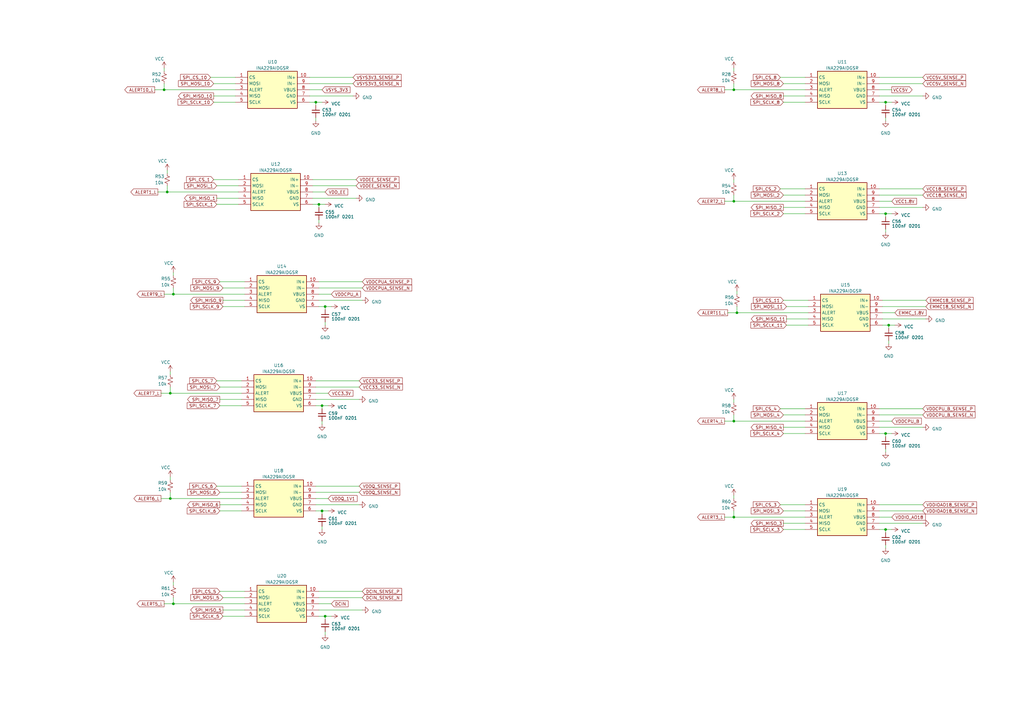
<source format=kicad_sch>
(kicad_sch (version 20230121) (generator eeschema)
  (paper "A3")
  (title_block (title "Gonk") (date "2023-07-20") (rev "P0"))
  (lib_symbols
    (symbol "Device:C_Small" (pin_numbers hide) (pin_names (offset 0.254) hide)
      (property "Reference" "C" (at 0.254 1.778 0))
      (property "Value" "C_Small" (at 0.254 -2.032 0))
      (symbol "C_Small_0_1"
        (polyline (pts (xy -1.524 -0.508) (xy 1.524 -0.508)) (stroke (width 0.3302)))
        (polyline (pts (xy -1.524 0.508) (xy 1.524 0.508)) (stroke (width 0.3048)))
      )
      (symbol "C_Small_1_1"
        (pin passive line (at 0 2.54 270) (length 2.032) (name "~") (number "1"))
        (pin passive line (at 0 -2.54 90) (length 2.032) (name "~") (number "2"))
      )
    )
    (symbol "Device:R_Small_US" (pin_numbers hide) (pin_names (offset 0.254) hide)
      (property "Reference" "R" (at 0.762 0.508 0))
      (property "Value" "R_Small_US" (at 0.762 -1.016 0))
      (symbol "R_Small_US_1_1"
        (polyline (pts (xy 0 0) (xy 1.016 -0.381) (xy 0 -0.762) (xy -1.016 -1.143) (xy 0 -1.524)))
        (polyline (pts (xy 0 1.524) (xy 1.016 1.143) (xy 0 0.762) (xy -1.016 0.381) (xy 0 0)))
        (pin passive line (at 0 2.54 270) (length 1.016) (name "~") (number "1"))
        (pin passive line (at 0 -2.54 90) (length 1.016) (name "~") (number "2"))
      )
    )
    (symbol "Power_Management:INA229AIDGSR"
      (property "Reference" "U" (at 26.67 7.62 0))
      (property "Value" "INA229AIDGSR" (at 26.67 5.08 0))
      (symbol "INA229AIDGSR_1_1"
        (rectangle (start 5.08 2.54) (end 25.4 -12.7) (stroke (width 0.254)) (fill (type background)))
        (pin passive line (at 0 0 0) (length 5.08) (name "CS") (number "1"))
        (pin passive line (at 30.48 0 180) (length 5.08) (name "IN+") (number "10"))
        (pin passive line (at 0 -2.54 0) (length 5.08) (name "MOSI") (number "2"))
        (pin passive line (at 0 -5.08 0) (length 5.08) (name "ALERT") (number "3"))
        (pin passive line (at 0 -7.62 0) (length 5.08) (name "MISO") (number "4"))
        (pin passive line (at 0 -10.16 0) (length 5.08) (name "SCLK") (number "5"))
        (pin passive line (at 30.48 -10.16 180) (length 5.08) (name "VS") (number "6"))
        (pin passive line (at 30.48 -7.62 180) (length 5.08) (name "GND") (number "7"))
        (pin passive line (at 30.48 -5.08 180) (length 5.08) (name "VBUS") (number "8"))
        (pin passive line (at 30.48 -2.54 180) (length 5.08) (name "IN-") (number "9"))
      )
    )
    (symbol "power:GND" (power) (pin_names (offset 0))
      (property "Value" "GND" (at 0 -3.81 0))
      (symbol "GND_0_1"
        (polyline (pts (xy 0 0) (xy 0 -1.27) (xy 1.27 -1.27) (xy 0 -2.54) (xy -1.27 -1.27) (xy 0 -1.27)))
      )
      (symbol "GND_1_1"
        (pin power_in line (at 0 0 270) (length 0) hide (name "GND") (number "1"))
      )
    )
    (symbol "power:VCC_GONK" (power) (pin_names (offset 0))
      (property "Value" "VCC_GONK" (at 0 3.81 0))
      (symbol "VCC_GONK_0_1"
        (polyline (pts (xy -0.762 1.27) (xy 0 2.54)))
        (polyline (pts (xy 0 0) (xy 0 2.54)))
        (polyline (pts (xy 0 2.54) (xy 0.762 1.27)))
      )
      (symbol "VCC_GONK_1_1"
        (pin power_in line (at 0 0 90) (length 0) hide (name "VCC") (number "1"))
      )
    )
  )
  (junction (at 68.58 78.74))
  (junction (at 132.08 166.37))
  (junction (at 363.22 41.91))
  (junction (at 69.85 161.29))
  (junction (at 133.35 125.73))
  (junction (at 132.08 209.55))
  (junction (at 300.99 36.83))
  (junction (at 71.12 247.65))
  (junction (at 71.12 120.65))
  (junction (at 67.31 36.83))
  (junction (at 300.99 172.72))
  (junction (at 363.22 217.17))
  (junction (at 363.22 87.63))
  (junction (at 300.99 212.09))
  (junction (at 69.85 204.47))
  (junction (at 302.26 128.27))
  (junction (at 364.49 133.35))
  (junction (at 133.35 252.73))
  (junction (at 130.81 83.82))
  (junction (at 300.99 82.55))
  (junction (at 129.54 41.91))
  (junction (at 363.22 177.8))
  (wire (pts (xy 360.68 212.09) (xy 365.76 212.09)))
  (wire (pts (xy 66.04 204.47) (xy 69.85 204.47)))
  (wire (pts (xy 321.31 34.29) (xy 330.2 34.29)))
  (wire (pts (xy 69.85 161.29) (xy 99.06 161.29)))
  (wire (pts (xy 146.05 73.66) (xy 128.27 73.66)))
  (wire (pts (xy 133.35 259.08) (xy 133.35 260.35)))
  (wire (pts (xy 133.35 252.73) (xy 133.35 254)))
  (wire (pts (xy 322.58 130.81) (xy 331.47 130.81)))
  (wire (pts (xy 378.46 80.01) (xy 360.68 80.01)))
  (wire (pts (xy 364.49 133.35) (xy 367.03 133.35)))
  (wire (pts (xy 360.68 177.8) (xy 363.22 177.8)))
  (wire (pts (xy 363.22 41.91) (xy 365.76 41.91)))
  (wire (pts (xy 130.81 83.82) (xy 133.35 83.82)))
  (wire (pts (xy 321.31 177.8) (xy 330.2 177.8)))
  (wire (pts (xy 363.22 48.26) (xy 363.22 49.53)))
  (wire (pts (xy 132.08 172.72) (xy 132.08 173.99)))
  (wire (pts (xy 297.18 172.72) (xy 300.99 172.72)))
  (wire (pts (xy 378.46 207.01) (xy 360.68 207.01)))
  (wire (pts (xy 300.99 212.09) (xy 330.2 212.09)))
  (wire (pts (xy 132.08 209.55) (xy 134.62 209.55)))
  (wire (pts (xy 91.44 245.11) (xy 100.33 245.11)))
  (wire (pts (xy 300.99 203.2) (xy 300.99 204.47)))
  (wire (pts (xy 363.22 93.98) (xy 363.22 95.25)))
  (wire (pts (xy 320.04 167.64) (xy 330.2 167.64)))
  (wire (pts (xy 132.08 166.37) (xy 132.08 167.64)))
  (wire (pts (xy 300.99 172.72) (xy 330.2 172.72)))
  (wire (pts (xy 130.81 250.19) (xy 148.59 250.19)))
  (wire (pts (xy 69.85 204.47) (xy 99.06 204.47)))
  (wire (pts (xy 363.22 87.63) (xy 365.76 87.63)))
  (wire (pts (xy 127 41.91) (xy 129.54 41.91)))
  (wire (pts (xy 88.9 83.82) (xy 97.79 83.82)))
  (wire (pts (xy 321.31 39.37) (xy 330.2 39.37)))
  (wire (pts (xy 67.31 247.65) (xy 71.12 247.65)))
  (wire (pts (xy 364.49 133.35) (xy 364.49 134.62)))
  (wire (pts (xy 66.04 161.29) (xy 69.85 161.29)))
  (wire (pts (xy 90.17 207.01) (xy 99.06 207.01)))
  (wire (pts (xy 90.17 242.57) (xy 100.33 242.57)))
  (wire (pts (xy 133.35 125.73) (xy 133.35 127)))
  (wire (pts (xy 363.22 223.52) (xy 363.22 224.79)))
  (wire (pts (xy 71.12 245.11) (xy 71.12 247.65)))
  (wire (pts (xy 129.54 41.91) (xy 129.54 43.18)))
  (wire (pts (xy 133.35 252.73) (xy 135.89 252.73)))
  (wire (pts (xy 67.31 36.83) (xy 96.52 36.83)))
  (wire (pts (xy 67.31 120.65) (xy 71.12 120.65)))
  (wire (pts (xy 128.27 81.28) (xy 146.05 81.28)))
  (wire (pts (xy 378.46 167.64) (xy 360.68 167.64)))
  (wire (pts (xy 378.46 209.55) (xy 360.68 209.55)))
  (wire (pts (xy 364.49 139.7) (xy 364.49 140.97)))
  (wire (pts (xy 297.18 36.83) (xy 300.99 36.83)))
  (wire (pts (xy 88.9 156.21) (xy 99.06 156.21)))
  (wire (pts (xy 300.99 34.29) (xy 300.99 36.83)))
  (wire (pts (xy 129.54 209.55) (xy 132.08 209.55)))
  (wire (pts (xy 322.58 125.73) (xy 331.47 125.73)))
  (wire (pts (xy 360.68 39.37) (xy 378.46 39.37)))
  (wire (pts (xy 90.17 209.55) (xy 99.06 209.55)))
  (wire (pts (xy 302.26 125.73) (xy 302.26 128.27)))
  (wire (pts (xy 322.58 133.35) (xy 331.47 133.35)))
  (wire (pts (xy 363.22 41.91) (xy 363.22 43.18)))
  (wire (pts (xy 360.68 217.17) (xy 363.22 217.17)))
  (wire (pts (xy 321.31 217.17) (xy 330.2 217.17)))
  (wire (pts (xy 90.17 201.93) (xy 99.06 201.93)))
  (wire (pts (xy 300.99 163.83) (xy 300.99 165.1)))
  (wire (pts (xy 130.81 125.73) (xy 133.35 125.73)))
  (wire (pts (xy 127 36.83) (xy 132.08 36.83)))
  (wire (pts (xy 321.31 170.18) (xy 330.2 170.18)))
  (wire (pts (xy 321.31 209.55) (xy 330.2 209.55)))
  (wire (pts (xy 129.54 163.83) (xy 147.32 163.83)))
  (wire (pts (xy 361.95 128.27) (xy 367.03 128.27)))
  (wire (pts (xy 360.68 87.63) (xy 363.22 87.63)))
  (wire (pts (xy 71.12 247.65) (xy 100.33 247.65)))
  (wire (pts (xy 378.46 34.29) (xy 360.68 34.29)))
  (wire (pts (xy 363.22 217.17) (xy 365.76 217.17)))
  (wire (pts (xy 300.99 73.66) (xy 300.99 74.93)))
  (wire (pts (xy 87.63 34.29) (xy 96.52 34.29)))
  (wire (pts (xy 132.08 209.55) (xy 132.08 210.82)))
  (wire (pts (xy 378.46 170.18) (xy 360.68 170.18)))
  (wire (pts (xy 130.81 247.65) (xy 135.89 247.65)))
  (wire (pts (xy 133.35 125.73) (xy 135.89 125.73)))
  (wire (pts (xy 87.63 41.91) (xy 96.52 41.91)))
  (wire (pts (xy 133.35 132.08) (xy 133.35 133.35)))
  (wire (pts (xy 148.59 115.57) (xy 130.81 115.57)))
  (wire (pts (xy 361.95 133.35) (xy 364.49 133.35)))
  (wire (pts (xy 360.68 172.72) (xy 365.76 172.72)))
  (wire (pts (xy 130.81 90.17) (xy 130.81 91.44)))
  (wire (pts (xy 360.68 41.91) (xy 363.22 41.91)))
  (wire (pts (xy 91.44 250.19) (xy 100.33 250.19)))
  (wire (pts (xy 321.31 80.01) (xy 330.2 80.01)))
  (wire (pts (xy 302.26 128.27) (xy 331.47 128.27)))
  (wire (pts (xy 71.12 120.65) (xy 100.33 120.65)))
  (wire (pts (xy 363.22 177.8) (xy 363.22 179.07)))
  (wire (pts (xy 360.68 175.26) (xy 378.46 175.26)))
  (wire (pts (xy 91.44 252.73) (xy 100.33 252.73)))
  (wire (pts (xy 90.17 163.83) (xy 99.06 163.83)))
  (wire (pts (xy 300.99 80.01) (xy 300.99 82.55)))
  (wire (pts (xy 321.31 85.09) (xy 330.2 85.09)))
  (wire (pts (xy 69.85 152.4) (xy 69.85 153.67)))
  (wire (pts (xy 148.59 118.11) (xy 130.81 118.11)))
  (wire (pts (xy 321.31 87.63) (xy 330.2 87.63)))
  (wire (pts (xy 90.17 166.37) (xy 99.06 166.37)))
  (wire (pts (xy 88.9 76.2) (xy 97.79 76.2)))
  (wire (pts (xy 63.5 36.83) (xy 67.31 36.83)))
  (wire (pts (xy 302.26 119.38) (xy 302.26 120.65)))
  (wire (pts (xy 144.78 34.29) (xy 127 34.29)))
  (wire (pts (xy 148.59 245.11) (xy 130.81 245.11)))
  (wire (pts (xy 71.12 238.76) (xy 71.12 240.03)))
  (wire (pts (xy 146.05 76.2) (xy 128.27 76.2)))
  (wire (pts (xy 129.54 48.26) (xy 129.54 49.53)))
  (wire (pts (xy 363.22 217.17) (xy 363.22 218.44)))
  (wire (pts (xy 90.17 158.75) (xy 99.06 158.75)))
  (wire (pts (xy 68.58 78.74) (xy 97.79 78.74)))
  (wire (pts (xy 87.63 73.66) (xy 97.79 73.66)))
  (wire (pts (xy 300.99 36.83) (xy 330.2 36.83)))
  (wire (pts (xy 321.31 214.63) (xy 330.2 214.63)))
  (wire (pts (xy 129.54 204.47) (xy 134.62 204.47)))
  (wire (pts (xy 378.46 31.75) (xy 360.68 31.75)))
  (wire (pts (xy 86.36 31.75) (xy 96.52 31.75)))
  (wire (pts (xy 64.77 78.74) (xy 68.58 78.74)))
  (wire (pts (xy 69.85 195.58) (xy 69.85 196.85)))
  (wire (pts (xy 128.27 83.82) (xy 130.81 83.82)))
  (wire (pts (xy 130.81 83.82) (xy 130.81 85.09)))
  (wire (pts (xy 320.04 31.75) (xy 330.2 31.75)))
  (wire (pts (xy 297.18 212.09) (xy 300.99 212.09)))
  (wire (pts (xy 321.31 41.91) (xy 330.2 41.91)))
  (wire (pts (xy 360.68 36.83) (xy 365.76 36.83)))
  (wire (pts (xy 297.18 82.55) (xy 300.99 82.55)))
  (wire (pts (xy 68.58 69.85) (xy 68.58 71.12)))
  (wire (pts (xy 129.54 41.91) (xy 132.08 41.91)))
  (wire (pts (xy 300.99 170.18) (xy 300.99 172.72)))
  (wire (pts (xy 132.08 166.37) (xy 134.62 166.37)))
  (wire (pts (xy 363.22 87.63) (xy 363.22 88.9)))
  (wire (pts (xy 129.54 161.29) (xy 134.62 161.29)))
  (wire (pts (xy 321.31 123.19) (xy 331.47 123.19)))
  (wire (pts (xy 67.31 27.94) (xy 67.31 29.21)))
  (wire (pts (xy 147.32 201.93) (xy 129.54 201.93)))
  (wire (pts (xy 379.73 125.73) (xy 361.95 125.73)))
  (wire (pts (xy 300.99 209.55) (xy 300.99 212.09)))
  (wire (pts (xy 363.22 184.15) (xy 363.22 185.42)))
  (wire (pts (xy 147.32 199.39) (xy 129.54 199.39)))
  (wire (pts (xy 144.78 31.75) (xy 127 31.75)))
  (wire (pts (xy 147.32 158.75) (xy 129.54 158.75)))
  (wire (pts (xy 129.54 207.01) (xy 147.32 207.01)))
  (wire (pts (xy 320.04 77.47) (xy 330.2 77.47)))
  (wire (pts (xy 129.54 166.37) (xy 132.08 166.37)))
  (wire (pts (xy 300.99 82.55) (xy 330.2 82.55)))
  (wire (pts (xy 147.32 156.21) (xy 129.54 156.21)))
  (wire (pts (xy 320.04 207.01) (xy 330.2 207.01)))
  (wire (pts (xy 379.73 123.19) (xy 361.95 123.19)))
  (wire (pts (xy 90.17 115.57) (xy 100.33 115.57)))
  (wire (pts (xy 130.81 123.19) (xy 148.59 123.19)))
  (wire (pts (xy 363.22 177.8) (xy 365.76 177.8)))
  (wire (pts (xy 88.9 81.28) (xy 97.79 81.28)))
  (wire (pts (xy 67.31 34.29) (xy 67.31 36.83)))
  (wire (pts (xy 68.58 76.2) (xy 68.58 78.74)))
  (wire (pts (xy 132.08 215.9) (xy 132.08 217.17)))
  (wire (pts (xy 360.68 85.09) (xy 378.46 85.09)))
  (wire (pts (xy 71.12 111.76) (xy 71.12 113.03)))
  (wire (pts (xy 69.85 158.75) (xy 69.85 161.29)))
  (wire (pts (xy 88.9 199.39) (xy 99.06 199.39)))
  (wire (pts (xy 127 39.37) (xy 144.78 39.37)))
  (wire (pts (xy 130.81 252.73) (xy 133.35 252.73)))
  (wire (pts (xy 91.44 118.11) (xy 100.33 118.11)))
  (wire (pts (xy 360.68 82.55) (xy 365.76 82.55)))
  (wire (pts (xy 91.44 123.19) (xy 100.33 123.19)))
  (wire (pts (xy 378.46 77.47) (xy 360.68 77.47)))
  (wire (pts (xy 87.63 39.37) (xy 96.52 39.37)))
  (wire (pts (xy 128.27 78.74) (xy 133.35 78.74)))
  (wire (pts (xy 69.85 201.93) (xy 69.85 204.47)))
  (wire (pts (xy 298.45 128.27) (xy 302.26 128.27)))
  (wire (pts (xy 71.12 118.11) (xy 71.12 120.65)))
  (wire (pts (xy 91.44 125.73) (xy 100.33 125.73)))
  (wire (pts (xy 148.59 242.57) (xy 130.81 242.57)))
  (wire (pts (xy 361.95 130.81) (xy 379.73 130.81)))
  (wire (pts (xy 300.99 27.94) (xy 300.99 29.21)))
  (wire (pts (xy 360.68 214.63) (xy 378.46 214.63)))
  (wire (pts (xy 130.81 120.65) (xy 135.89 120.65)))
  (wire (pts (xy 321.31 175.26) (xy 330.2 175.26)))
  (global_label "SPI_CS_2" (shape input) (at 320.04 77.47 180) (property "Intersheetrefs" "${INTERSHEET_REFS}" (at 308.4257 77.47 0) (effects (justify right))))
  (global_label "SPI_MOSI_2" (shape input) (at 321.31 80.01 180) (property "Intersheetrefs" "${INTERSHEET_REFS}" (at 307.579 80.01 0) (effects (justify right))))
  (global_label "VDDQ_SENSE_N" (shape input) (at 147.32 201.93 0) (property "Intersheetrefs" "${INTERSHEET_REFS}" (at 164.4981 201.93 0) (effects (justify left))))
  (global_label "ALERT1_L" (shape output) (at 64.77 78.74 180) (property "Intersheetrefs" "${INTERSHEET_REFS}" (at 53.1557 78.74 0) (effects (justify right))))
  (global_label "SPI_SCLK_1" (shape input) (at 88.9 83.82 180) (property "Intersheetrefs" "${INTERSHEET_REFS}" (at 74.9876 83.82 0) (effects (justify right))))
  (global_label "SPI_MOSI_6" (shape input) (at 90.17 201.93 180) (property "Intersheetrefs" "${INTERSHEET_REFS}" (at 76.439 201.93 0) (effects (justify right))))
  (global_label "VCC1.8V" (shape input) (at 365.76 82.55 0) (property "Intersheetrefs" "${INTERSHEET_REFS}" (at 376.4068 82.55 0) (effects (justify left))))
  (global_label "SPI_MOSI_9" (shape input) (at 91.44 118.11 180) (property "Intersheetrefs" "${INTERSHEET_REFS}" (at 77.709 118.11 0) (effects (justify right))))
  (global_label "EMMC_1.8V" (shape input) (at 367.03 128.27 0) (property "Intersheetrefs" "${INTERSHEET_REFS}" (at 380.3376 128.27 0) (effects (justify left))))
  (global_label "SPI_MISO_7" (shape output) (at 90.17 163.83 180) (property "Intersheetrefs" "${INTERSHEET_REFS}" (at 76.439 163.83 0) (effects (justify right))))
  (global_label "ALERT5_L" (shape output) (at 67.31 247.65 180) (property "Intersheetrefs" "${INTERSHEET_REFS}" (at 55.6957 247.65 0) (effects (justify right))))
  (global_label "SPI_SCLK_11" (shape input) (at 322.58 133.35 180) (property "Intersheetrefs" "${INTERSHEET_REFS}" (at 307.4581 133.35 0) (effects (justify right))))
  (global_label "VCC33_SENSE_P" (shape input) (at 147.32 156.21 0) (property "Intersheetrefs" "${INTERSHEET_REFS}" (at 165.5261 156.21 0) (effects (justify left))))
  (global_label "SPI_MISO_11" (shape output) (at 322.58 130.81 180) (property "Intersheetrefs" "${INTERSHEET_REFS}" (at 307.6395 130.81 0) (effects (justify right))))
  (global_label "VDDIOAO18_SENSE_P" (shape input) (at 378.46 207.01 0) (property "Intersheetrefs" "${INTERSHEET_REFS}" (at 401.0205 207.01 0) (effects (justify left))))
  (global_label "SPI_CS_4" (shape input) (at 320.04 167.64 180) (property "Intersheetrefs" "${INTERSHEET_REFS}" (at 308.4257 167.64 0) (effects (justify right))))
  (global_label "VCC5V_SENSE_P" (shape input) (at 378.46 31.75 0) (property "Intersheetrefs" "${INTERSHEET_REFS}" (at 396.5452 31.75 0) (effects (justify left))))
  (global_label "SPI_SCLK_5" (shape input) (at 91.44 252.73 180) (property "Intersheetrefs" "${INTERSHEET_REFS}" (at 77.5276 252.73 0) (effects (justify right))))
  (global_label "SPI_MISO_10" (shape output) (at 87.63 39.37 180) (property "Intersheetrefs" "${INTERSHEET_REFS}" (at 72.6895 39.37 0) (effects (justify right))))
  (global_label "ALERT7_L" (shape output) (at 66.04 161.29 180) (property "Intersheetrefs" "${INTERSHEET_REFS}" (at 54.4257 161.29 0) (effects (justify right))))
  (global_label "ALERT11_L" (shape output) (at 298.45 128.27 180) (property "Intersheetrefs" "${INTERSHEET_REFS}" (at 285.6262 128.27 0) (effects (justify right))))
  (global_label "ALERT8_L" (shape output) (at 297.18 36.83 180) (property "Intersheetrefs" "${INTERSHEET_REFS}" (at 285.5657 36.83 0) (effects (justify right))))
  (global_label "VCC5V" (shape output) (at 365.76 36.83 0) (property "Intersheetrefs" "${INTERSHEET_REFS}" (at 374.5925 36.83 0) (effects (justify left))))
  (global_label "ALERT2_L" (shape output) (at 297.18 82.55 180) (property "Intersheetrefs" "${INTERSHEET_REFS}" (at 285.5657 82.55 0) (effects (justify right))))
  (global_label "SPI_SCLK_10" (shape input) (at 87.63 41.91 180) (property "Intersheetrefs" "${INTERSHEET_REFS}" (at 72.5081 41.91 0) (effects (justify right))))
  (global_label "VDDCPUA_SENSE_P" (shape input) (at 148.59 115.57 0) (property "Intersheetrefs" "${INTERSHEET_REFS}" (at 169.3362 115.57 0) (effects (justify left))))
  (global_label "SPI_MOSI_5" (shape input) (at 91.44 245.11 180) (property "Intersheetrefs" "${INTERSHEET_REFS}" (at 77.709 245.11 0) (effects (justify right))))
  (global_label "SPI_SCLK_3" (shape input) (at 321.31 217.17 180) (property "Intersheetrefs" "${INTERSHEET_REFS}" (at 307.3976 217.17 0) (effects (justify right))))
  (global_label "SPI_SCLK_6" (shape input) (at 90.17 209.55 180) (property "Intersheetrefs" "${INTERSHEET_REFS}" (at 76.2576 209.55 0) (effects (justify right))))
  (global_label "ALERT10_L" (shape output) (at 63.5 36.83 180) (property "Intersheetrefs" "${INTERSHEET_REFS}" (at 50.6762 36.83 0) (effects (justify right))))
  (global_label "SPI_SCLK_8" (shape input) (at 321.31 41.91 180) (property "Intersheetrefs" "${INTERSHEET_REFS}" (at 307.3976 41.91 0) (effects (justify right))))
  (global_label "ALERT6_L" (shape output) (at 66.04 204.47 180) (property "Intersheetrefs" "${INTERSHEET_REFS}" (at 54.4257 204.47 0) (effects (justify right))))
  (global_label "SPI_MOSI_10" (shape input) (at 87.63 34.29 180) (property "Intersheetrefs" "${INTERSHEET_REFS}" (at 72.6895 34.29 0) (effects (justify right))))
  (global_label "SPI_MOSI_1" (shape input) (at 88.9 76.2 180) (property "Intersheetrefs" "${INTERSHEET_REFS}" (at 75.169 76.2 0) (effects (justify right))))
  (global_label "DCIN_SENSE_N" (shape input) (at 148.59 245.11 0) (property "Intersheetrefs" "${INTERSHEET_REFS}" (at 165.2843 245.11 0) (effects (justify left))))
  (global_label "SPI_MISO_9" (shape output) (at 91.44 123.19 180) (property "Intersheetrefs" "${INTERSHEET_REFS}" (at 77.709 123.19 0) (effects (justify right))))
  (global_label "SPI_CS_7" (shape input) (at 88.9 156.21 180) (property "Intersheetrefs" "${INTERSHEET_REFS}" (at 77.2857 156.21 0) (effects (justify right))))
  (global_label "DCIN" (shape input) (at 135.89 247.65 0) (property "Intersheetrefs" "${INTERSHEET_REFS}" (at 143.2711 247.65 0) (effects (justify left))))
  (global_label "SPI_MISO_8" (shape output) (at 321.31 39.37 180) (property "Intersheetrefs" "${INTERSHEET_REFS}" (at 307.579 39.37 0) (effects (justify right))))
  (global_label "ALERT4_L" (shape output) (at 297.18 172.72 180) (property "Intersheetrefs" "${INTERSHEET_REFS}" (at 285.5657 172.72 0) (effects (justify right))))
  (global_label "SPI_SCLK_4" (shape input) (at 321.31 177.8 180) (property "Intersheetrefs" "${INTERSHEET_REFS}" (at 307.3976 177.8 0) (effects (justify right))))
  (global_label "VDDCPU_B_SENSE_P" (shape input) (at 378.46 167.64 0) (property "Intersheetrefs" "${INTERSHEET_REFS}" (at 400.3552 167.64 0) (effects (justify left))))
  (global_label "VDDQ_1V1" (shape input) (at 134.62 204.47 0) (property "Intersheetrefs" "${INTERSHEET_REFS}" (at 146.9601 204.47 0) (effects (justify left))))
  (global_label "SPI_CS_8" (shape input) (at 320.04 31.75 180) (property "Intersheetrefs" "${INTERSHEET_REFS}" (at 308.4257 31.75 0) (effects (justify right))))
  (global_label "SPI_CS_5" (shape input) (at 90.17 242.57 180) (property "Intersheetrefs" "${INTERSHEET_REFS}" (at 78.5557 242.57 0) (effects (justify right))))
  (global_label "SPI_CS_1" (shape input) (at 87.63 73.66 180) (property "Intersheetrefs" "${INTERSHEET_REFS}" (at 76.0157 73.66 0) (effects (justify right))))
  (global_label "VDDCPU_B_SENSE_N" (shape input) (at 378.46 170.18 0) (property "Intersheetrefs" "${INTERSHEET_REFS}" (at 400.4157 170.18 0) (effects (justify left))))
  (global_label "VCC33_SENSE_N" (shape input) (at 147.32 158.75 0) (property "Intersheetrefs" "${INTERSHEET_REFS}" (at 165.5866 158.75 0) (effects (justify left))))
  (global_label "SPI_MISO_2" (shape output) (at 321.31 85.09 180) (property "Intersheetrefs" "${INTERSHEET_REFS}" (at 307.579 85.09 0) (effects (justify right))))
  (global_label "VCC5V_SENSE_N" (shape input) (at 378.46 34.29 0) (property "Intersheetrefs" "${INTERSHEET_REFS}" (at 396.6057 34.29 0) (effects (justify left))))
  (global_label "SPI_MISO_6" (shape output) (at 90.17 207.01 180) (property "Intersheetrefs" "${INTERSHEET_REFS}" (at 76.439 207.01 0) (effects (justify right))))
  (global_label "VCC18_SENSE_N" (shape input) (at 378.46 80.01 0) (property "Intersheetrefs" "${INTERSHEET_REFS}" (at 396.7266 80.01 0) (effects (justify left))))
  (global_label "VDDEE_SENSE_P" (shape input) (at 146.05 73.66 0) (property "Intersheetrefs" "${INTERSHEET_REFS}" (at 164.1351 73.66 0) (effects (justify left))))
  (global_label "SPI_MOSI_3" (shape input) (at 321.31 209.55 180) (property "Intersheetrefs" "${INTERSHEET_REFS}" (at 307.579 209.55 0) (effects (justify right))))
  (global_label "EMMC18_SENSE_N" (shape input) (at 379.73 125.73 0) (property "Intersheetrefs" "${INTERSHEET_REFS}" (at 399.6898 125.73 0) (effects (justify left))))
  (global_label "DCIN_SENSE_P" (shape input) (at 148.59 242.57 0) (property "Intersheetrefs" "${INTERSHEET_REFS}" (at 165.2238 242.57 0) (effects (justify left))))
  (global_label "EMMC18_SENSE_P" (shape input) (at 379.73 123.19 0) (property "Intersheetrefs" "${INTERSHEET_REFS}" (at 399.6293 123.19 0) (effects (justify left))))
  (global_label "SPI_SCLK_7" (shape input) (at 90.17 166.37 180) (property "Intersheetrefs" "${INTERSHEET_REFS}" (at 76.2576 166.37 0) (effects (justify right))))
  (global_label "SPI_MOSI_4" (shape input) (at 321.31 170.18 180) (property "Intersheetrefs" "${INTERSHEET_REFS}" (at 307.579 170.18 0) (effects (justify right))))
  (global_label "SPI_CS_3" (shape input) (at 320.04 207.01 180) (property "Intersheetrefs" "${INTERSHEET_REFS}" (at 308.4257 207.01 0) (effects (justify right))))
  (global_label "SPI_CS_6" (shape input) (at 88.9 199.39 180) (property "Intersheetrefs" "${INTERSHEET_REFS}" (at 77.2857 199.39 0) (effects (justify right))))
  (global_label "SPI_MISO_4" (shape output) (at 321.31 175.26 180) (property "Intersheetrefs" "${INTERSHEET_REFS}" (at 307.579 175.26 0) (effects (justify right))))
  (global_label "VCC3.3V" (shape input) (at 134.62 161.29 0) (property "Intersheetrefs" "${INTERSHEET_REFS}" (at 145.2668 161.29 0) (effects (justify left))))
  (global_label "VDDQ_SENSE_P" (shape input) (at 147.32 199.39 0) (property "Intersheetrefs" "${INTERSHEET_REFS}" (at 164.4376 199.39 0) (effects (justify left))))
  (global_label "SPI_SCLK_9" (shape input) (at 91.44 125.73 180) (property "Intersheetrefs" "${INTERSHEET_REFS}" (at 77.5276 125.73 0) (effects (justify right))))
  (global_label "SPI_MOSI_8" (shape input) (at 321.31 34.29 180) (property "Intersheetrefs" "${INTERSHEET_REFS}" (at 307.579 34.29 0) (effects (justify right))))
  (global_label "SPI_MOSI_11" (shape input) (at 322.58 125.73 180) (property "Intersheetrefs" "${INTERSHEET_REFS}" (at 307.6395 125.73 0) (effects (justify right))))
  (global_label "ALERT3_L" (shape output) (at 297.18 212.09 180) (property "Intersheetrefs" "${INTERSHEET_REFS}" (at 285.5657 212.09 0) (effects (justify right))))
  (global_label "VDD_EE" (shape input) (at 133.35 78.74 0) (property "Intersheetrefs" "${INTERSHEET_REFS}" (at 143.15 78.74 0) (effects (justify left))))
  (global_label "SPI_CS_10" (shape input) (at 86.36 31.75 180) (property "Intersheetrefs" "${INTERSHEET_REFS}" (at 73.5362 31.75 0) (effects (justify right))))
  (global_label "VCC18_SENSE_P" (shape input) (at 378.46 77.47 0) (property "Intersheetrefs" "${INTERSHEET_REFS}" (at 396.6661 77.47 0) (effects (justify left))))
  (global_label "VDDIO_AO18" (shape input) (at 365.76 212.09 0) (property "Intersheetrefs" "${INTERSHEET_REFS}" (at 380.0354 212.09 0) (effects (justify left))))
  (global_label "VDDCPUA_SENSE_N" (shape input) (at 148.59 118.11 0) (property "Intersheetrefs" "${INTERSHEET_REFS}" (at 169.3967 118.11 0) (effects (justify left))))
  (global_label "ALERT9_L" (shape output) (at 67.31 120.65 180) (property "Intersheetrefs" "${INTERSHEET_REFS}" (at 55.6957 120.65 0) (effects (justify right))))
  (global_label "VSYS_3V3" (shape input) (at 132.08 36.83 0) (property "Intersheetrefs" "${INTERSHEET_REFS}" (at 144.0572 36.83 0) (effects (justify left))))
  (global_label "VSYS3V3_SENSE_N" (shape input) (at 144.78 34.29 0) (property "Intersheetrefs" "${INTERSHEET_REFS}" (at 165.1028 34.29 0) (effects (justify left))))
  (global_label "VDDIOAO18_SENSE_N" (shape input) (at 378.46 209.55 0) (property "Intersheetrefs" "${INTERSHEET_REFS}" (at 401.081 209.55 0) (effects (justify left))))
  (global_label "VDDCPU_B" (shape input) (at 365.76 172.72 0) (property "Intersheetrefs" "${INTERSHEET_REFS}" (at 378.4025 172.72 0) (effects (justify left))))
  (global_label "VDDCPU_A" (shape input) (at 135.89 120.65 0) (property "Intersheetrefs" "${INTERSHEET_REFS}" (at 148.3511 120.65 0) (effects (justify left))))
  (global_label "SPI_SCLK_2" (shape input) (at 321.31 87.63 180) (property "Intersheetrefs" "${INTERSHEET_REFS}" (at 307.3976 87.63 0) (effects (justify right))))
  (global_label "VDDEE_SENSE_N" (shape input) (at 146.05 76.2 0) (property "Intersheetrefs" "${INTERSHEET_REFS}" (at 164.1956 76.2 0) (effects (justify left))))
  (global_label "SPI_MOSI_7" (shape input) (at 90.17 158.75 180) (property "Intersheetrefs" "${INTERSHEET_REFS}" (at 76.439 158.75 0) (effects (justify right))))
  (global_label "SPI_MISO_3" (shape output) (at 321.31 214.63 180) (property "Intersheetrefs" "${INTERSHEET_REFS}" (at 307.579 214.63 0) (effects (justify right))))
  (global_label "VSYS3V3_SENSE_P" (shape input) (at 144.78 31.75 0) (property "Intersheetrefs" "${INTERSHEET_REFS}" (at 165.0423 31.75 0) (effects (justify left))))
  (global_label "SPI_CS_11" (shape input) (at 321.31 123.19 180) (property "Intersheetrefs" "${INTERSHEET_REFS}" (at 308.4862 123.19 0) (effects (justify right))))
  (global_label "SPI_CS_9" (shape input) (at 90.17 115.57 180) (property "Intersheetrefs" "${INTERSHEET_REFS}" (at 78.5557 115.57 0) (effects (justify right))))
  (global_label "SPI_MISO_5" (shape output) (at 91.44 250.19 180) (property "Intersheetrefs" "${INTERSHEET_REFS}" (at 77.709 250.19 0) (effects (justify right))))
  (global_label "SPI_MISO_1" (shape output) (at 88.9 81.28 180) (property "Intersheetrefs" "${INTERSHEET_REFS}" (at 75.169 81.28 0) (effects (justify right))))
  (symbol (lib_id "power:GND") (at 132.08 173.99 0) (unit 1)
    (property "Reference" "#PWR0155" (effects hide))
    (property "Value" "GND" (at 132.08 179.07 0))
  )
  (symbol (lib_id "power:GND") (at 147.32 163.83 90) (unit 1)
    (property "Reference" "#PWR0153" (effects hide))
    (property "Value" "GND" (at 151.13 164.465 90) (effects (justify right)))
  )
  (symbol (lib_id "power:VCC_GONK") (at 365.76 41.91 270) (unit 1)
    (property "Reference" "#PWR0128" (effects hide))
    (property "Value" "VCC_GONK" (at 369.57 42.545 90) (effects (justify left)))
  )
  (symbol (lib_id "power:VCC_GONK") (at 365.76 217.17 270) (unit 1)
    (property "Reference" "#PWR066" (effects hide))
    (property "Value" "VCC_GONK" (at 369.57 217.805 90) (effects (justify left)))
  )
  (symbol (lib_id "Device:R_Small_US") (at 71.12 115.57 0) (unit 1)
    (property "Reference" "R55" (at 66.04 114.3 0) (effects (justify left)))
    (property "Value" "10k" (at 66.04 116.84 0) (effects (justify left)))
    (property "Footprint" "Resistor_SMD:R_0201_0603Metric" (effects hide))
  )
  (symbol (lib_id "Device:C_Small") (at 133.35 129.54 0) (unit 1)
    (property "Reference" "C57" (at 135.89 128.9113 0) (effects (justify left)))
    (property "Value" "100nF 0201" (at 135.89 130.81 0) (effects (justify left)))
    (property "Footprint" "Capacitor_SMD:C_0201_0603Metric" (effects hide))
  )
  (symbol (lib_id "Device:R_Small_US") (at 67.31 31.75 0) (unit 1)
    (property "Reference" "R52" (at 62.23 30.48 0) (effects (justify left)))
    (property "Value" "10k" (at 62.23 33.02 0) (effects (justify left)))
    (property "Footprint" "Resistor_SMD:R_0201_0603Metric" (effects hide))
  )
  (symbol (lib_id "power:GND") (at 379.73 130.81 90) (unit 1)
    (property "Reference" "#PWR0147" (effects hide))
    (property "Value" "GND" (at 383.54 131.445 90) (effects (justify right)))
  )
  (symbol (lib_id "power:VCC_GONK") (at 134.62 166.37 270) (unit 1)
    (property "Reference" "#PWR0154" (effects hide))
    (property "Value" "VCC_GONK" (at 138.43 167.005 90) (effects (justify left)))
  )
  (symbol (lib_id "power:GND") (at 129.54 49.53 0) (unit 1)
    (property "Reference" "#PWR0129" (effects hide))
    (property "Value" "GND" (at 129.54 54.61 0))
  )
  (symbol (lib_id "power:GND") (at 363.22 224.79 0) (unit 1)
    (property "Reference" "#PWR074" (effects hide))
    (property "Value" "GND" (at 363.22 229.87 0))
  )
  (symbol (lib_id "power:GND") (at 133.35 133.35 0) (unit 1)
    (property "Reference" "#PWR0149" (effects hide))
    (property "Value" "GND" (at 133.35 138.43 0))
  )
  (symbol (lib_id "Device:R_Small_US") (at 300.99 31.75 0) (unit 1)
    (property "Reference" "R28" (at 295.91 30.48 0) (effects (justify left)))
    (property "Value" "10k" (at 295.91 33.02 0) (effects (justify left)))
    (property "Footprint" "Resistor_SMD:R_0201_0603Metric" (effects hide))
  )
  (symbol (lib_id "Power_Management:INA229AIDGSR") (at 99.06 199.39 0) (unit 1)
    (property "Reference" "U18" (at 114.3 193.04 0))
    (property "Value" "INA229AIDGSR" (at 114.3 195.58 0))
    (property "Footprint" "Package_SO:10-VSSOP" (effects hide))
    (property "Datasheet" "https://www.ti.com/lit/gpn/ina229" (effects hide))
    (property "Height" "1.1" (effects hide))
    (property "Manufacturer_Name" "Texas Instruments" (effects hide))
    (property "Manufacturer_Part_Number" "INA229AIDGSR" (effects hide))
    (property "Mouser Part Number" "595-INA229AIDGSR" (effects hide))
    (property "Mouser Price/Stock" "https://www.mouser.co.uk/ProductDetail/Texas-Instruments/INA229AIDGSR?qs=eP2BKZSCXI5ILC1SU2n%2F2Q%3D%3D" (effects hide))
    (property "Arrow Part Number" "INA229AIDGSR" (effects hide))
    (property "Arrow Price/Stock" "https://www.arrow.com/en/products/ina229aidgsr/texas-instruments?region=nac" (effects hide))
  )
  (symbol (lib_id "power:GND") (at 364.49 140.97 0) (unit 1)
    (property "Reference" "#PWR0150" (effects hide))
    (property "Value" "GND" (at 364.49 146.05 0))
  )
  (symbol (lib_id "Device:R_Small_US") (at 300.99 77.47 0) (unit 1)
    (property "Reference" "R54" (at 295.91 76.2 0) (effects (justify left)))
    (property "Value" "10k" (at 295.91 78.74 0) (effects (justify left)))
    (property "Footprint" "Resistor_SMD:R_0201_0603Metric" (effects hide))
  )
  (symbol (lib_id "Device:C_Small") (at 129.54 45.72 0) (unit 1)
    (property "Reference" "C53" (at 132.08 45.0913 0) (effects (justify left)))
    (property "Value" "100nF 0201" (at 132.08 46.99 0) (effects (justify left)))
    (property "Footprint" "Capacitor_SMD:C_0201_0603Metric" (effects hide))
  )
  (symbol (lib_id "power:VCC_GONK") (at 367.03 133.35 270) (unit 1)
    (property "Reference" "#PWR0148" (effects hide))
    (property "Value" "VCC_GONK" (at 370.84 133.985 90) (effects (justify left)))
  )
  (symbol (lib_id "power:GND") (at 363.22 185.42 0) (unit 1)
    (property "Reference" "#PWR021" (effects hide))
    (property "Value" "GND" (at 363.22 190.5 0))
  )
  (symbol (lib_id "Device:C_Small") (at 133.35 256.54 0) (unit 1)
    (property "Reference" "C63" (at 135.89 255.9113 0) (effects (justify left)))
    (property "Value" "100nF 0201" (at 135.89 257.81 0) (effects (justify left)))
    (property "Footprint" "Capacitor_SMD:C_0201_0603Metric" (effects hide))
  )
  (symbol (lib_id "Power_Management:INA229AIDGSR") (at 97.79 73.66 0) (unit 1)
    (property "Reference" "U12" (at 113.03 67.31 0))
    (property "Value" "INA229AIDGSR" (at 113.03 69.85 0))
    (property "Footprint" "Package_SO:10-VSSOP" (effects hide))
    (property "Datasheet" "https://www.ti.com/lit/gpn/ina229" (effects hide))
    (property "Height" "1.1" (effects hide))
    (property "Manufacturer_Name" "Texas Instruments" (effects hide))
    (property "Manufacturer_Part_Number" "INA229AIDGSR" (effects hide))
    (property "Mouser Part Number" "595-INA229AIDGSR" (effects hide))
    (property "Mouser Price/Stock" "https://www.mouser.co.uk/ProductDetail/Texas-Instruments/INA229AIDGSR?qs=eP2BKZSCXI5ILC1SU2n%2F2Q%3D%3D" (effects hide))
    (property "Arrow Part Number" "INA229AIDGSR" (effects hide))
    (property "Arrow Price/Stock" "https://www.arrow.com/en/products/ina229aidgsr/texas-instruments?region=nac" (effects hide))
  )
  (symbol (lib_id "power:GND") (at 363.22 49.53 0) (unit 1)
    (property "Reference" "#PWR0130" (effects hide))
    (property "Value" "GND" (at 363.22 54.61 0))
  )
  (symbol (lib_id "power:VCC_GONK") (at 134.62 209.55 270) (unit 1)
    (property "Reference" "#PWR019" (effects hide))
    (property "Value" "VCC_GONK" (at 138.43 210.185 90) (effects (justify left)))
  )
  (symbol (lib_id "power:GND") (at 144.78 39.37 90) (unit 1)
    (property "Reference" "#PWR0124" (effects hide))
    (property "Value" "GND" (at 148.59 40.005 90) (effects (justify right)))
  )
  (symbol (lib_id "power:VCC_GONK") (at 68.58 69.85 0) (unit 1)
    (property "Reference" "#PWR0131" (effects hide))
    (property "Value" "VCC_GONK" (at 64.77 66.04 0) (effects (justify left)))
  )
  (symbol (lib_id "power:VCC_GONK") (at 365.76 87.63 270) (unit 1)
    (property "Reference" "#PWR0138" (effects hide))
    (property "Value" "VCC_GONK" (at 369.57 88.265 90) (effects (justify left)))
  )
  (symbol (lib_id "Device:C_Small") (at 364.49 137.16 0) (unit 1)
    (property "Reference" "C58" (at 367.03 136.5313 0) (effects (justify left)))
    (property "Value" "100nF 0201" (at 367.03 138.43 0) (effects (justify left)))
    (property "Footprint" "Capacitor_SMD:C_0201_0603Metric" (effects hide))
  )
  (symbol (lib_id "Power_Management:INA229AIDGSR") (at 330.2 207.01 0) (unit 1)
    (property "Reference" "U19" (at 345.44 200.66 0))
    (property "Value" "INA229AIDGSR" (at 345.44 203.2 0))
    (property "Footprint" "Package_SO:10-VSSOP" (effects hide))
    (property "Datasheet" "https://www.ti.com/lit/gpn/ina229" (effects hide))
    (property "Height" "1.1" (effects hide))
    (property "Manufacturer_Name" "Texas Instruments" (effects hide))
    (property "Manufacturer_Part_Number" "INA229AIDGSR" (effects hide))
    (property "Mouser Part Number" "595-INA229AIDGSR" (effects hide))
    (property "Mouser Price/Stock" "https://www.mouser.co.uk/ProductDetail/Texas-Instruments/INA229AIDGSR?qs=eP2BKZSCXI5ILC1SU2n%2F2Q%3D%3D" (effects hide))
    (property "Arrow Part Number" "INA229AIDGSR" (effects hide))
    (property "Arrow Price/Stock" "https://www.arrow.com/en/products/ina229aidgsr/texas-instruments?region=nac" (effects hide))
  )
  (symbol (lib_id "power:GND") (at 378.46 39.37 90) (unit 1)
    (property "Reference" "#PWR0127" (effects hide))
    (property "Value" "GND" (at 382.27 40.005 90) (effects (justify right)))
  )
  (symbol (lib_id "power:GND") (at 378.46 85.09 90) (unit 1)
    (property "Reference" "#PWR0136" (effects hide))
    (property "Value" "GND" (at 382.27 85.725 90) (effects (justify right)))
  )
  (symbol (lib_id "Power_Management:INA229AIDGSR") (at 100.33 115.57 0) (unit 1)
    (property "Reference" "U14" (at 115.57 109.22 0))
    (property "Value" "INA229AIDGSR" (at 115.57 111.76 0))
    (property "Footprint" "Package_SO:10-VSSOP" (effects hide))
    (property "Datasheet" "https://www.ti.com/lit/gpn/ina229" (effects hide))
    (property "Height" "1.1" (effects hide))
    (property "Manufacturer_Name" "Texas Instruments" (effects hide))
    (property "Manufacturer_Part_Number" "INA229AIDGSR" (effects hide))
    (property "Mouser Part Number" "595-INA229AIDGSR" (effects hide))
    (property "Mouser Price/Stock" "https://www.mouser.co.uk/ProductDetail/Texas-Instruments/INA229AIDGSR?qs=eP2BKZSCXI5ILC1SU2n%2F2Q%3D%3D" (effects hide))
    (property "Arrow Part Number" "INA229AIDGSR" (effects hide))
    (property "Arrow Price/Stock" "https://www.arrow.com/en/products/ina229aidgsr/texas-instruments?region=nac" (effects hide))
  )
  (symbol (lib_id "Device:R_Small_US") (at 302.26 123.19 0) (unit 1)
    (property "Reference" "R56" (at 297.18 121.92 0) (effects (justify left)))
    (property "Value" "10k" (at 297.18 124.46 0) (effects (justify left)))
    (property "Footprint" "Resistor_SMD:R_0201_0603Metric" (effects hide))
  )
  (symbol (lib_id "power:VCC_GONK") (at 365.76 177.8 270) (unit 1)
    (property "Reference" "#PWR015" (effects hide))
    (property "Value" "VCC_GONK" (at 369.57 178.435 90) (effects (justify left)))
  )
  (symbol (lib_id "power:VCC_GONK") (at 300.99 73.66 0) (unit 1)
    (property "Reference" "#PWR088" (effects hide))
    (property "Value" "VCC_GONK" (at 297.18 69.85 0) (effects (justify left)))
  )
  (symbol (lib_id "power:GND") (at 148.59 250.19 90) (unit 1)
    (property "Reference" "#PWR070" (effects hide))
    (property "Value" "GND" (at 152.4 250.825 90) (effects (justify right)))
  )
  (symbol (lib_id "Power_Management:INA229AIDGSR") (at 100.33 242.57 0) (unit 1)
    (property "Reference" "U20" (at 115.57 236.22 0))
    (property "Value" "INA229AIDGSR" (at 115.57 238.76 0))
    (property "Footprint" "Package_SO:10-VSSOP" (effects hide))
    (property "Datasheet" "https://www.ti.com/lit/gpn/ina229" (effects hide))
    (property "Height" "1.1" (effects hide))
    (property "Manufacturer_Name" "Texas Instruments" (effects hide))
    (property "Manufacturer_Part_Number" "INA229AIDGSR" (effects hide))
    (property "Mouser Part Number" "595-INA229AIDGSR" (effects hide))
    (property "Mouser Price/Stock" "https://www.mouser.co.uk/ProductDetail/Texas-Instruments/INA229AIDGSR?qs=eP2BKZSCXI5ILC1SU2n%2F2Q%3D%3D" (effects hide))
    (property "Arrow Part Number" "INA229AIDGSR" (effects hide))
    (property "Arrow Price/Stock" "https://www.arrow.com/en/products/ina229aidgsr/texas-instruments?region=nac" (effects hide))
  )
  (symbol (lib_id "power:VCC_GONK") (at 135.89 125.73 270) (unit 1)
    (property "Reference" "#PWR0146" (effects hide))
    (property "Value" "VCC_GONK" (at 139.7 126.365 90) (effects (justify left)))
  )
  (symbol (lib_id "Device:C_Small") (at 363.22 181.61 0) (unit 1)
    (property "Reference" "C60" (at 365.76 180.9813 0) (effects (justify left)))
    (property "Value" "100nF 0201" (at 365.76 182.88 0) (effects (justify left)))
    (property "Footprint" "Capacitor_SMD:C_0201_0603Metric" (effects hide))
  )
  (symbol (lib_id "Device:R_Small_US") (at 300.99 207.01 0) (unit 1)
    (property "Reference" "R60" (at 295.91 205.74 0) (effects (justify left)))
    (property "Value" "10k" (at 295.91 208.28 0) (effects (justify left)))
    (property "Footprint" "Resistor_SMD:R_0201_0603Metric" (effects hide))
  )
  (symbol (lib_id "power:GND") (at 146.05 81.28 90) (unit 1)
    (property "Reference" "#PWR0135" (effects hide))
    (property "Value" "GND" (at 149.86 81.915 90) (effects (justify right)))
  )
  (symbol (lib_id "power:VCC_GONK") (at 300.99 163.83 0) (unit 1)
    (property "Reference" "#PWR01" (effects hide))
    (property "Value" "VCC_GONK" (at 297.18 160.02 0) (effects (justify left)))
  )
  (symbol (lib_id "power:VCC_GONK") (at 133.35 83.82 270) (unit 1)
    (property "Reference" "#PWR0137" (effects hide))
    (property "Value" "VCC_GONK" (at 137.16 84.455 90) (effects (justify left)))
  )
  (symbol (lib_id "Power_Management:INA229AIDGSR") (at 330.2 77.47 0) (unit 1)
    (property "Reference" "U13" (at 345.44 71.12 0))
    (property "Value" "INA229AIDGSR" (at 345.44 73.66 0))
    (property "Footprint" "Package_SO:10-VSSOP" (effects hide))
    (property "Datasheet" "https://www.ti.com/lit/gpn/ina229" (effects hide))
    (property "Height" "1.1" (effects hide))
    (property "Manufacturer_Name" "Texas Instruments" (effects hide))
    (property "Manufacturer_Part_Number" "INA229AIDGSR" (effects hide))
    (property "Mouser Part Number" "595-INA229AIDGSR" (effects hide))
    (property "Mouser Price/Stock" "https://www.mouser.co.uk/ProductDetail/Texas-Instruments/INA229AIDGSR?qs=eP2BKZSCXI5ILC1SU2n%2F2Q%3D%3D" (effects hide))
    (property "Arrow Part Number" "INA229AIDGSR" (effects hide))
    (property "Arrow Price/Stock" "https://www.arrow.com/en/products/ina229aidgsr/texas-instruments?region=nac" (effects hide))
  )
  (symbol (lib_id "Device:C_Small") (at 363.22 91.44 0) (unit 1)
    (property "Reference" "C56" (at 365.76 90.8113 0) (effects (justify left)))
    (property "Value" "100nF 0201" (at 365.76 92.71 0) (effects (justify left)))
    (property "Footprint" "Capacitor_SMD:C_0201_0603Metric" (effects hide))
  )
  (symbol (lib_id "Device:R_Small_US") (at 300.99 167.64 0) (unit 1)
    (property "Reference" "R58" (at 295.91 166.37 0) (effects (justify left)))
    (property "Value" "10k" (at 295.91 168.91 0) (effects (justify left)))
    (property "Footprint" "Resistor_SMD:R_0201_0603Metric" (effects hide))
  )
  (symbol (lib_id "Device:R_Small_US") (at 71.12 242.57 0) (unit 1)
    (property "Reference" "R61" (at 66.04 241.3 0) (effects (justify left)))
    (property "Value" "10k" (at 66.04 243.84 0) (effects (justify left)))
    (property "Footprint" "Resistor_SMD:R_0201_0603Metric" (effects hide))
  )
  (symbol (lib_id "Device:C_Small") (at 132.08 170.18 0) (unit 1)
    (property "Reference" "C59" (at 134.62 169.5513 0) (effects (justify left)))
    (property "Value" "100nF 0201" (at 134.62 171.45 0) (effects (justify left)))
    (property "Footprint" "Capacitor_SMD:C_0201_0603Metric" (effects hide))
  )
  (symbol (lib_id "power:GND") (at 132.08 217.17 0) (unit 1)
    (property "Reference" "#PWR060" (effects hide))
    (property "Value" "GND" (at 132.08 222.25 0))
  )
  (symbol (lib_id "power:VCC_GONK") (at 67.31 27.94 0) (unit 1)
    (property "Reference" "#PWR0121" (effects hide))
    (property "Value" "VCC_GONK" (at 63.5 24.13 0) (effects (justify left)))
  )
  (symbol (lib_id "power:GND") (at 147.32 207.01 90) (unit 1)
    (property "Reference" "#PWR017" (effects hide))
    (property "Value" "GND" (at 151.13 207.645 90) (effects (justify right)))
  )
  (symbol (lib_id "Power_Management:INA229AIDGSR") (at 330.2 31.75 0) (unit 1)
    (property "Reference" "U11" (at 345.44 25.4 0))
    (property "Value" "INA229AIDGSR" (at 345.44 27.94 0))
    (property "Footprint" "Package_SO:10-VSSOP" (effects hide))
    (property "Datasheet" "https://www.ti.com/lit/gpn/ina229" (effects hide))
    (property "Height" "1.1" (effects hide))
    (property "Manufacturer_Name" "Texas Instruments" (effects hide))
    (property "Manufacturer_Part_Number" "INA229AIDGSR" (effects hide))
    (property "Mouser Part Number" "595-INA229AIDGSR" (effects hide))
    (property "Mouser Price/Stock" "https://www.mouser.co.uk/ProductDetail/Texas-Instruments/INA229AIDGSR?qs=eP2BKZSCXI5ILC1SU2n%2F2Q%3D%3D" (effects hide))
    (property "Arrow Part Number" "INA229AIDGSR" (effects hide))
    (property "Arrow Price/Stock" "https://www.arrow.com/en/products/ina229aidgsr/texas-instruments?region=nac" (effects hide))
  )
  (symbol (lib_id "power:VCC_GONK") (at 69.85 195.58 0) (unit 1)
    (property "Reference" "#PWR04" (effects hide))
    (property "Value" "VCC_GONK" (at 66.04 191.77 0) (effects (justify left)))
  )
  (symbol (lib_id "power:GND") (at 133.35 260.35 0) (unit 1)
    (property "Reference" "#PWR075" (effects hide))
    (property "Value" "GND" (at 133.35 265.43 0))
  )
  (symbol (lib_id "Power_Management:INA229AIDGSR") (at 99.06 156.21 0) (unit 1)
    (property "Reference" "U16" (at 114.3 149.86 0))
    (property "Value" "INA229AIDGSR" (at 114.3 152.4 0))
    (property "Footprint" "Package_SO:10-VSSOP" (effects hide))
    (property "Datasheet" "https://www.ti.com/lit/gpn/ina229" (effects hide))
    (property "Height" "1.1" (effects hide))
    (property "Manufacturer_Name" "Texas Instruments" (effects hide))
    (property "Manufacturer_Part_Number" "INA229AIDGSR" (effects hide))
    (property "Mouser Part Number" "595-INA229AIDGSR" (effects hide))
    (property "Mouser Price/Stock" "https://www.mouser.co.uk/ProductDetail/Texas-Instruments/INA229AIDGSR?qs=eP2BKZSCXI5ILC1SU2n%2F2Q%3D%3D" (effects hide))
    (property "Arrow Part Number" "INA229AIDGSR" (effects hide))
    (property "Arrow Price/Stock" "https://www.arrow.com/en/products/ina229aidgsr/texas-instruments?region=nac" (effects hide))
  )
  (symbol (lib_id "power:GND") (at 130.81 91.44 0) (unit 1)
    (property "Reference" "#PWR0139" (effects hide))
    (property "Value" "GND" (at 130.81 96.52 0))
  )
  (symbol (lib_id "power:VCC_GONK") (at 300.99 203.2 0) (unit 1)
    (property "Reference" "#PWR061" (effects hide))
    (property "Value" "VCC_GONK" (at 297.18 199.39 0) (effects (justify left)))
  )
  (symbol (lib_id "Device:C_Small") (at 363.22 45.72 0) (unit 1)
    (property "Reference" "C54" (at 365.76 45.0913 0) (effects (justify left)))
    (property "Value" "100nF 0201" (at 365.76 46.99 0) (effects (justify left)))
    (property "Footprint" "Capacitor_SMD:C_0201_0603Metric" (effects hide))
  )
  (symbol (lib_id "Power_Management:INA229AIDGSR") (at 96.52 31.75 0) (unit 1)
    (property "Reference" "U10" (at 111.76 25.4 0))
    (property "Value" "INA229AIDGSR" (at 111.76 27.94 0))
    (property "Footprint" "Package_SO:10-VSSOP" (effects hide))
    (property "Datasheet" "https://www.ti.com/lit/gpn/ina229" (effects hide))
    (property "Height" "1.1" (effects hide))
    (property "Manufacturer_Name" "Texas Instruments" (effects hide))
    (property "Manufacturer_Part_Number" "INA229AIDGSR" (effects hide))
    (property "Mouser Part Number" "595-INA229AIDGSR" (effects hide))
    (property "Mouser Price/Stock" "https://www.mouser.co.uk/ProductDetail/Texas-Instruments/INA229AIDGSR?qs=eP2BKZSCXI5ILC1SU2n%2F2Q%3D%3D" (effects hide))
    (property "Arrow Part Number" "INA229AIDGSR" (effects hide))
    (property "Arrow Price/Stock" "https://www.arrow.com/en/products/ina229aidgsr/texas-instruments?region=nac" (effects hide))
  )
  (symbol (lib_id "power:VCC_GONK") (at 135.89 252.73 270) (unit 1)
    (property "Reference" "#PWR071" (effects hide))
    (property "Value" "VCC_GONK" (at 139.7 253.365 90) (effects (justify left)))
  )
  (symbol (lib_id "Device:R_Small_US") (at 69.85 156.21 0) (unit 1)
    (property "Reference" "R57" (at 64.77 154.94 0) (effects (justify left)))
    (property "Value" "10k" (at 64.77 157.48 0) (effects (justify left)))
    (property "Footprint" "Resistor_SMD:R_0201_0603Metric" (effects hide))
  )
  (symbol (lib_id "Power_Management:INA229AIDGSR") (at 331.47 123.19 0) (unit 1)
    (property "Reference" "U15" (at 346.71 116.84 0))
    (property "Value" "INA229AIDGSR" (at 346.71 119.38 0))
    (property "Footprint" "Package_SO:10-VSSOP" (effects hide))
    (property "Datasheet" "https://www.ti.com/lit/gpn/ina229" (effects hide))
    (property "Height" "1.1" (effects hide))
    (property "Manufacturer_Name" "Texas Instruments" (effects hide))
    (property "Manufacturer_Part_Number" "INA229AIDGSR" (effects hide))
    (property "Mouser Part Number" "595-INA229AIDGSR" (effects hide))
    (property "Mouser Price/Stock" "https://www.mouser.co.uk/ProductDetail/Texas-Instruments/INA229AIDGSR?qs=eP2BKZSCXI5ILC1SU2n%2F2Q%3D%3D" (effects hide))
    (property "Arrow Part Number" "INA229AIDGSR" (effects hide))
    (property "Arrow Price/Stock" "https://www.arrow.com/en/products/ina229aidgsr/texas-instruments?region=nac" (effects hide))
  )
  (symbol (lib_id "Device:C_Small") (at 363.22 220.98 0) (unit 1)
    (property "Reference" "C62" (at 365.76 220.3513 0) (effects (justify left)))
    (property "Value" "100nF 0201" (at 365.76 222.25 0) (effects (justify left)))
    (property "Footprint" "Capacitor_SMD:C_0201_0603Metric" (effects hide))
  )
  (symbol (lib_id "power:VCC_GONK") (at 69.85 152.4 0) (unit 1)
    (property "Reference" "#PWR090" (effects hide))
    (property "Value" "VCC_GONK" (at 66.04 148.59 0) (effects (justify left)))
  )
  (symbol (lib_id "Device:R_Small_US") (at 69.85 199.39 0) (unit 1)
    (property "Reference" "R59" (at 64.77 198.12 0) (effects (justify left)))
    (property "Value" "10k" (at 64.77 200.66 0) (effects (justify left)))
    (property "Footprint" "Resistor_SMD:R_0201_0603Metric" (effects hide))
  )
  (symbol (lib_id "power:VCC_GONK") (at 71.12 238.76 0) (unit 1)
    (property "Reference" "#PWR062" (effects hide))
    (property "Value" "VCC_GONK" (at 67.31 234.95 0) (effects (justify left)))
  )
  (symbol (lib_id "power:VCC_GONK") (at 71.12 111.76 0) (unit 1)
    (property "Reference" "#PWR091" (effects hide))
    (property "Value" "VCC_GONK" (at 67.31 107.95 0) (effects (justify left)))
  )
  (symbol (lib_id "power:VCC_GONK") (at 132.08 41.91 270) (unit 1)
    (property "Reference" "#PWR0126" (effects hide))
    (property "Value" "VCC_GONK" (at 135.89 42.545 90) (effects (justify left)))
  )
  (symbol (lib_id "power:GND") (at 378.46 175.26 90) (unit 1)
    (property "Reference" "#PWR09" (effects hide))
    (property "Value" "GND" (at 382.27 175.895 90) (effects (justify right)))
  )
  (symbol (lib_id "power:GND") (at 148.59 123.19 90) (unit 1)
    (property "Reference" "#PWR0144" (effects hide))
    (property "Value" "GND" (at 152.4 123.825 90) (effects (justify right)))
  )
  (symbol (lib_id "power:VCC_GONK") (at 300.99 27.94 0) (unit 1)
    (property "Reference" "#PWR077" (effects hide))
    (property "Value" "VCC_GONK" (at 297.18 24.13 0) (effects (justify left)))
  )
  (symbol (lib_id "Power_Management:INA229AIDGSR") (at 330.2 167.64 0) (unit 1)
    (property "Reference" "U17" (at 345.44 161.29 0))
    (property "Value" "INA229AIDGSR" (at 345.44 163.83 0))
    (property "Footprint" "Package_SO:10-VSSOP" (effects hide))
    (property "Datasheet" "https://www.ti.com/lit/gpn/ina229" (effects hide))
    (property "Height" "1.1" (effects hide))
    (property "Manufacturer_Name" "Texas Instruments" (effects hide))
    (property "Manufacturer_Part_Number" "INA229AIDGSR" (effects hide))
    (property "Mouser Part Number" "595-INA229AIDGSR" (effects hide))
    (property "Mouser Price/Stock" "https://www.mouser.co.uk/ProductDetail/Texas-Instruments/INA229AIDGSR?qs=eP2BKZSCXI5ILC1SU2n%2F2Q%3D%3D" (effects hide))
    (property "Arrow Part Number" "INA229AIDGSR" (effects hide))
    (property "Arrow Price/Stock" "https://www.arrow.com/en/products/ina229aidgsr/texas-instruments?region=nac" (effects hide))
  )
  (symbol (lib_id "Device:R_Small_US") (at 68.58 73.66 0) (unit 1)
    (property "Reference" "R53" (at 63.5 72.39 0) (effects (justify left)))
    (property "Value" "10k" (at 63.5 74.93 0) (effects (justify left)))
    (property "Footprint" "Resistor_SMD:R_0201_0603Metric" (effects hide))
  )
  (symbol (lib_id "Device:C_Small") (at 130.81 87.63 0) (unit 1)
    (property "Reference" "C55" (at 133.35 87.0013 0) (effects (justify left)))
    (property "Value" "100nF 0201" (at 133.35 88.9 0) (effects (justify left)))
    (property "Footprint" "Capacitor_SMD:C_0201_0603Metric" (effects hide))
  )
  (symbol (lib_id "power:GND") (at 363.22 95.25 0) (unit 1)
    (property "Reference" "#PWR0140" (effects hide))
    (property "Value" "GND" (at 363.22 100.33 0))
  )
  (symbol (lib_id "power:GND") (at 378.46 214.63 90) (unit 1)
    (property "Reference" "#PWR063" (effects hide))
    (property "Value" "GND" (at 382.27 215.265 90) (effects (justify right)))
  )
  (symbol (lib_id "Device:C_Small") (at 132.08 213.36 0) (unit 1)
    (property "Reference" "C61" (at 134.62 212.7313 0) (effects (justify left)))
    (property "Value" "100nF 0201" (at 134.62 214.63 0) (effects (justify left)))
    (property "Footprint" "Capacitor_SMD:C_0201_0603Metric" (effects hide))
  )
  (symbol (lib_id "power:VCC_GONK") (at 302.26 119.38 0) (unit 1)
    (property "Reference" "#PWR089" (effects hide))
    (property "Value" "VCC_GONK" (at 298.45 115.57 0) (effects (justify left)))
  )
)
</source>
